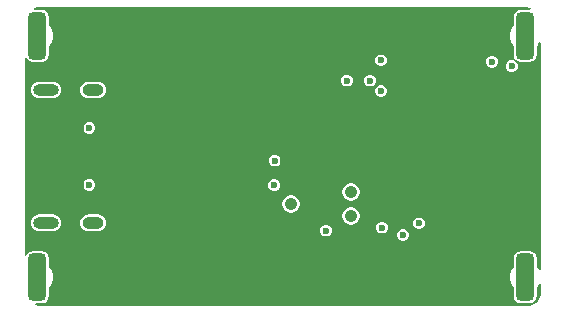
<source format=gbr>
%TF.GenerationSoftware,Altium Limited,DefaultClient, ()*%
G04 Layer_Physical_Order=2*
G04 Layer_Color=36540*
%FSLAX26Y26*%
%MOIN*%
%TF.SameCoordinates,6A039D1A-918F-4F28-B2A4-8CF1FEB5A529*%
%TF.FilePolarity,Positive*%
%TF.FileFunction,Copper,L2,Inr,Signal*%
%TF.Part,Single*%
G01*
G75*
%TA.AperFunction,ComponentPad*%
%ADD33O,0.086614X0.039370*%
%ADD34O,0.070866X0.039370*%
%TA.AperFunction,ViaPad*%
G04:AMPARAMS|DCode=35|XSize=157.48mil|YSize=60mil|CornerRadius=15mil|HoleSize=0mil|Usage=FLASHONLY|Rotation=90.000|XOffset=0mil|YOffset=0mil|HoleType=Round|Shape=RoundedRectangle|*
%AMROUNDEDRECTD35*
21,1,0.157480,0.030000,0,0,90.0*
21,1,0.127480,0.060000,0,0,90.0*
1,1,0.030000,0.015000,0.063740*
1,1,0.030000,0.015000,-0.063740*
1,1,0.030000,-0.015000,-0.063740*
1,1,0.030000,-0.015000,0.063740*
%
%ADD35ROUNDEDRECTD35*%
%TA.AperFunction,ComponentPad*%
%ADD36C,0.042008*%
%TA.AperFunction,ViaPad*%
%ADD37C,0.023622*%
G36*
X830944Y495223D02*
X833377Y493843D01*
X831610Y489096D01*
X829961Y489424D01*
X799961D01*
X791036Y487649D01*
X783469Y482594D01*
X778414Y475027D01*
X776639Y466102D01*
Y436421D01*
X774006Y433788D01*
X767267Y422117D01*
X763779Y409100D01*
Y395624D01*
X767267Y382607D01*
X774006Y370936D01*
X776639Y368303D01*
Y338622D01*
X778414Y329697D01*
X783469Y322131D01*
X791036Y317075D01*
X799961Y315300D01*
X829961D01*
X838886Y317075D01*
X846452Y322131D01*
X851507Y329697D01*
X853283Y338622D01*
Y368303D01*
X855916Y370936D01*
X861142Y379988D01*
X866142Y378648D01*
Y-378648D01*
X861142Y-379988D01*
X855916Y-370936D01*
X853283Y-368303D01*
Y-338622D01*
X851507Y-329697D01*
X846452Y-322131D01*
X838886Y-317075D01*
X829961Y-315300D01*
X799961D01*
X791036Y-317075D01*
X783469Y-322131D01*
X778414Y-329697D01*
X776639Y-338622D01*
Y-368303D01*
X774006Y-370936D01*
X767267Y-382607D01*
X763779Y-395624D01*
Y-409100D01*
X767267Y-422117D01*
X774006Y-433788D01*
X776639Y-436421D01*
Y-466102D01*
X778414Y-475027D01*
X783469Y-482594D01*
X791036Y-487649D01*
X799961Y-489424D01*
X829961D01*
X838886Y-487649D01*
X846452Y-482594D01*
X851507Y-475027D01*
X853283Y-466102D01*
Y-436421D01*
X855916Y-433788D01*
X861142Y-424736D01*
X866142Y-426076D01*
Y-461555D01*
X864629Y-469161D01*
X861661Y-476326D01*
X857352Y-482774D01*
X851869Y-488258D01*
X845420Y-492567D01*
X838255Y-495534D01*
X830649Y-497047D01*
X-810756D01*
X-817175Y-495770D01*
X-818232Y-494424D01*
X-815800Y-489424D01*
X-796024D01*
X-787099Y-487649D01*
X-779532Y-482594D01*
X-774477Y-475027D01*
X-772702Y-466102D01*
Y-436421D01*
X-770069Y-433788D01*
X-763330Y-422117D01*
X-759842Y-409100D01*
Y-395624D01*
X-763330Y-382607D01*
X-770069Y-370936D01*
X-772702Y-368303D01*
Y-338622D01*
X-774477Y-329697D01*
X-779532Y-322131D01*
X-787099Y-317075D01*
X-796024Y-315300D01*
X-826024D01*
X-834949Y-317075D01*
X-842515Y-322131D01*
X-847570Y-329697D01*
X-848195Y-332839D01*
X-853195Y-332343D01*
X-852362Y312008D01*
Y326734D01*
X-847729Y329438D01*
X-847362Y329385D01*
X-842515Y322131D01*
X-834949Y317075D01*
X-826024Y315300D01*
X-796024D01*
X-787099Y317075D01*
X-779532Y322131D01*
X-774477Y329697D01*
X-772702Y338622D01*
Y368303D01*
X-770069Y370936D01*
X-763330Y382607D01*
X-759842Y395624D01*
Y409100D01*
X-763330Y422117D01*
X-770069Y433788D01*
X-772702Y436421D01*
Y466102D01*
X-774477Y475027D01*
X-779532Y482594D01*
X-787099Y487649D01*
X-796024Y489424D01*
X-821430D01*
X-822424Y494424D01*
X-820293Y495307D01*
X-811546Y497047D01*
X821776D01*
X830944Y495223D01*
D02*
G37*
%LPC*%
G36*
X338561Y339567D02*
X330730D01*
X323495Y336570D01*
X317957Y331033D01*
X314961Y323798D01*
Y315966D01*
X317957Y308731D01*
X323495Y303194D01*
X330730Y300197D01*
X338561D01*
X345796Y303194D01*
X351334Y308731D01*
X354331Y315966D01*
Y323798D01*
X351334Y331033D01*
X345796Y336570D01*
X338561Y339567D01*
D02*
G37*
G36*
X707656Y335630D02*
X699825D01*
X692590Y332633D01*
X687052Y327096D01*
X684055Y319861D01*
Y312029D01*
X687052Y304794D01*
X692590Y299257D01*
X699825Y296260D01*
X707656D01*
X714891Y299257D01*
X720428Y304794D01*
X723425Y312029D01*
Y319861D01*
X720428Y327096D01*
X714891Y332633D01*
X707656Y335630D01*
D02*
G37*
G36*
X773601Y319882D02*
X765769D01*
X758534Y316885D01*
X752997Y311348D01*
X750000Y304113D01*
Y296281D01*
X752997Y289046D01*
X758534Y283509D01*
X765769Y280512D01*
X773601D01*
X780836Y283509D01*
X786373Y289046D01*
X789370Y296281D01*
Y304113D01*
X786373Y311348D01*
X780836Y316885D01*
X773601Y319882D01*
D02*
G37*
G36*
X302144Y272638D02*
X294313D01*
X287078Y269641D01*
X281540Y264103D01*
X278543Y256868D01*
Y249037D01*
X281540Y241802D01*
X287078Y236264D01*
X294313Y233268D01*
X302144D01*
X309379Y236264D01*
X314916Y241802D01*
X317913Y249037D01*
Y256868D01*
X314916Y264103D01*
X309379Y269641D01*
X302144Y272638D01*
D02*
G37*
G36*
X223404D02*
X215573D01*
X208338Y269641D01*
X202800Y264103D01*
X199803Y256868D01*
Y249037D01*
X202800Y241802D01*
X208338Y236264D01*
X215573Y233268D01*
X223404D01*
X230639Y236264D01*
X236176Y241802D01*
X239173Y249037D01*
Y256868D01*
X236176Y264103D01*
X230639Y269641D01*
X223404Y272638D01*
D02*
G37*
G36*
X338561Y238189D02*
X330730D01*
X323495Y235192D01*
X317957Y229655D01*
X314961Y222419D01*
Y214588D01*
X317957Y207353D01*
X323495Y201816D01*
X330730Y198819D01*
X338561D01*
X345796Y201816D01*
X351334Y207353D01*
X354331Y214588D01*
Y222419D01*
X351334Y229655D01*
X345796Y235192D01*
X338561Y238189D01*
D02*
G37*
G36*
X-609252Y249057D02*
X-640748D01*
X-647942Y248109D01*
X-654646Y245333D01*
X-660403Y240915D01*
X-664821Y235158D01*
X-667598Y228454D01*
X-668545Y221260D01*
X-667598Y214065D01*
X-664821Y207361D01*
X-660403Y201605D01*
X-654646Y197187D01*
X-647942Y194410D01*
X-640748Y193463D01*
X-609252D01*
X-602058Y194410D01*
X-595354Y197187D01*
X-589597Y201605D01*
X-585179Y207361D01*
X-582402Y214065D01*
X-581455Y221260D01*
X-582402Y228454D01*
X-585179Y235158D01*
X-589597Y240915D01*
X-595354Y245333D01*
X-602058Y248109D01*
X-609252Y249057D01*
D02*
G37*
G36*
X-758858D02*
X-806102D01*
X-813297Y248109D01*
X-820001Y245333D01*
X-825758Y240915D01*
X-830175Y235158D01*
X-832952Y228454D01*
X-833899Y221260D01*
X-832952Y214065D01*
X-830175Y207361D01*
X-825758Y201605D01*
X-820001Y197187D01*
X-813297Y194410D01*
X-806102Y193463D01*
X-758858D01*
X-751664Y194410D01*
X-744960Y197187D01*
X-739203Y201605D01*
X-734785Y207361D01*
X-732009Y214065D01*
X-731061Y221260D01*
X-732009Y228454D01*
X-734785Y235158D01*
X-739203Y240915D01*
X-744960Y245333D01*
X-751664Y248109D01*
X-758858Y249057D01*
D02*
G37*
G36*
X-633880Y114173D02*
X-641711D01*
X-648946Y111176D01*
X-654484Y105639D01*
X-657480Y98404D01*
Y90573D01*
X-654484Y83338D01*
X-648946Y77800D01*
X-641711Y74803D01*
X-633880D01*
X-626645Y77800D01*
X-621107Y83338D01*
X-618110Y90573D01*
Y98404D01*
X-621107Y105639D01*
X-626645Y111176D01*
X-633880Y114173D01*
D02*
G37*
G36*
X-16754Y5906D02*
X-24585D01*
X-31820Y2909D01*
X-37358Y-2629D01*
X-40354Y-9864D01*
Y-17695D01*
X-37358Y-24930D01*
X-31820Y-30468D01*
X-24585Y-33465D01*
X-16754D01*
X-9519Y-30468D01*
X-3981Y-24930D01*
X-984Y-17695D01*
Y-9864D01*
X-3981Y-2629D01*
X-9519Y2909D01*
X-16754Y5906D01*
D02*
G37*
G36*
X-633880Y-74803D02*
X-641711D01*
X-648946Y-77800D01*
X-654484Y-83338D01*
X-657480Y-90573D01*
Y-98404D01*
X-654484Y-105639D01*
X-648946Y-111176D01*
X-641711Y-114173D01*
X-633880D01*
X-626645Y-111176D01*
X-621107Y-105639D01*
X-618110Y-98404D01*
Y-90573D01*
X-621107Y-83338D01*
X-626645Y-77800D01*
X-633880Y-74803D01*
D02*
G37*
G36*
X-17738Y-76772D02*
X-25569D01*
X-32804Y-79769D01*
X-38342Y-85306D01*
X-41339Y-92541D01*
Y-100372D01*
X-38342Y-107607D01*
X-32804Y-113145D01*
X-25569Y-116142D01*
X-17738D01*
X-10503Y-113145D01*
X-4965Y-107607D01*
X-1968Y-100372D01*
Y-92541D01*
X-4965Y-85306D01*
X-10503Y-79769D01*
X-17738Y-76772D01*
D02*
G37*
G36*
X237660Y-89980D02*
X230056D01*
X222712Y-91948D01*
X216127Y-95750D01*
X210750Y-101127D01*
X206948Y-107712D01*
X204980Y-115056D01*
Y-122660D01*
X206948Y-130005D01*
X210750Y-136590D01*
X216127Y-141966D01*
X222712Y-145768D01*
X230056Y-147736D01*
X237660D01*
X245005Y-145768D01*
X251590Y-141966D01*
X256966Y-136590D01*
X260768Y-130005D01*
X262736Y-122660D01*
Y-115056D01*
X260768Y-107712D01*
X256966Y-101127D01*
X251590Y-95750D01*
X245005Y-91948D01*
X237660Y-89980D01*
D02*
G37*
G36*
X37660Y-129980D02*
X30056D01*
X22712Y-131948D01*
X16127Y-135750D01*
X10750Y-141127D01*
X6948Y-147712D01*
X4980Y-155056D01*
Y-162660D01*
X6948Y-170005D01*
X10750Y-176590D01*
X16127Y-181966D01*
X22712Y-185768D01*
X30056Y-187736D01*
X37660D01*
X45005Y-185768D01*
X51590Y-181966D01*
X56966Y-176590D01*
X60768Y-170005D01*
X62736Y-162660D01*
Y-155056D01*
X60768Y-147712D01*
X56966Y-141127D01*
X51590Y-135750D01*
X45005Y-131948D01*
X37660Y-129980D01*
D02*
G37*
G36*
X237660Y-169980D02*
X230056D01*
X222712Y-171948D01*
X216127Y-175750D01*
X210750Y-181127D01*
X206948Y-187712D01*
X204980Y-195056D01*
Y-202660D01*
X206948Y-210005D01*
X210750Y-216590D01*
X216127Y-221966D01*
X222712Y-225768D01*
X230056Y-227736D01*
X237660D01*
X245005Y-225768D01*
X251590Y-221966D01*
X256966Y-216590D01*
X260768Y-210005D01*
X262736Y-202660D01*
Y-195056D01*
X260768Y-187712D01*
X256966Y-181127D01*
X251590Y-175750D01*
X245005Y-171948D01*
X237660Y-169980D01*
D02*
G37*
G36*
X464546Y-203740D02*
X456714D01*
X449479Y-206737D01*
X443942Y-212274D01*
X440945Y-219510D01*
Y-227341D01*
X443942Y-234576D01*
X449479Y-240113D01*
X456714Y-243110D01*
X464546D01*
X471781Y-240113D01*
X477318Y-234576D01*
X480315Y-227341D01*
Y-219510D01*
X477318Y-212274D01*
X471781Y-206737D01*
X464546Y-203740D01*
D02*
G37*
G36*
X-609252Y-193463D02*
X-640748D01*
X-647942Y-194410D01*
X-654646Y-197187D01*
X-660403Y-201605D01*
X-664821Y-207361D01*
X-667598Y-214065D01*
X-668545Y-221260D01*
X-667598Y-228454D01*
X-664821Y-235158D01*
X-660403Y-240915D01*
X-654646Y-245333D01*
X-647942Y-248109D01*
X-640748Y-249057D01*
X-609252D01*
X-602058Y-248109D01*
X-595354Y-245333D01*
X-589597Y-240915D01*
X-585179Y-235158D01*
X-582402Y-228454D01*
X-581455Y-221260D01*
X-582402Y-214065D01*
X-585179Y-207361D01*
X-589597Y-201605D01*
X-595354Y-197187D01*
X-602058Y-194410D01*
X-609252Y-193463D01*
D02*
G37*
G36*
X-758858D02*
X-806102D01*
X-813297Y-194410D01*
X-820001Y-197187D01*
X-825758Y-201605D01*
X-830175Y-207361D01*
X-832952Y-214065D01*
X-833899Y-221260D01*
X-832952Y-228454D01*
X-830175Y-235158D01*
X-825758Y-240915D01*
X-820001Y-245333D01*
X-813297Y-248109D01*
X-806102Y-249057D01*
X-758858D01*
X-751664Y-248109D01*
X-744960Y-245333D01*
X-739203Y-240915D01*
X-734785Y-235158D01*
X-732009Y-228454D01*
X-731061Y-221260D01*
X-732009Y-214065D01*
X-734785Y-207361D01*
X-739203Y-201605D01*
X-744960Y-197187D01*
X-751664Y-194410D01*
X-758858Y-193463D01*
D02*
G37*
G36*
X341514Y-217520D02*
X333683D01*
X326448Y-220517D01*
X320910Y-226054D01*
X317913Y-233289D01*
Y-241120D01*
X320910Y-248355D01*
X326448Y-253893D01*
X333683Y-256890D01*
X341514D01*
X348749Y-253893D01*
X354287Y-248355D01*
X357283Y-241120D01*
Y-233289D01*
X354287Y-226054D01*
X348749Y-220517D01*
X341514Y-217520D01*
D02*
G37*
G36*
X155490Y-227362D02*
X147659D01*
X140424Y-230359D01*
X134887Y-235897D01*
X131890Y-243132D01*
Y-250963D01*
X134887Y-258198D01*
X140424Y-263736D01*
X147659Y-266732D01*
X155490D01*
X162726Y-263736D01*
X168263Y-258198D01*
X171260Y-250963D01*
Y-243132D01*
X168263Y-235897D01*
X162726Y-230359D01*
X155490Y-227362D01*
D02*
G37*
G36*
X411396Y-242126D02*
X403565D01*
X396330Y-245123D01*
X390792Y-250660D01*
X387795Y-257895D01*
Y-265727D01*
X390792Y-272962D01*
X396330Y-278499D01*
X403565Y-281496D01*
X411396D01*
X418631Y-278499D01*
X424168Y-272962D01*
X427165Y-265727D01*
Y-257895D01*
X424168Y-250660D01*
X418631Y-245123D01*
X411396Y-242126D01*
D02*
G37*
%LPD*%
D33*
X-782480Y221260D02*
D03*
Y-221260D02*
D03*
D34*
X-625000D02*
D03*
Y221260D02*
D03*
D35*
X814961Y402362D02*
D03*
Y-402362D02*
D03*
X-811024D02*
D03*
Y402362D02*
D03*
D36*
X233858Y-198858D02*
D03*
Y-118858D02*
D03*
X33858Y-158858D02*
D03*
D37*
X769685Y300197D02*
D03*
X703740Y315945D02*
D03*
X664528Y416339D02*
D03*
X537402Y247047D02*
D03*
X618110Y260827D02*
D03*
X-637795Y94488D02*
D03*
Y-94488D02*
D03*
X-626968Y125984D02*
D03*
X-527559Y-125984D02*
D03*
X-569882Y-345472D02*
D03*
Y347441D02*
D03*
X184055Y-220472D02*
D03*
X201772Y159449D02*
D03*
X585630Y246063D02*
D03*
X334646Y319882D02*
D03*
X460630Y-223425D02*
D03*
X407480Y-261811D02*
D03*
X750000Y-15748D02*
D03*
X675197Y-204724D02*
D03*
X582677Y-134843D02*
D03*
X625984Y-65748D02*
D03*
X775591Y90551D02*
D03*
X776575Y173228D02*
D03*
X-21654Y-96457D02*
D03*
X-20669Y-13780D02*
D03*
X86614Y213543D02*
D03*
X11811Y360236D02*
D03*
X219488Y252953D02*
D03*
X298228D02*
D03*
X183071Y429134D02*
D03*
X-166339Y53150D02*
D03*
X-375118Y153543D02*
D03*
X-276811D02*
D03*
X-457008D02*
D03*
X359252Y-366142D02*
D03*
X260827D02*
D03*
X151575Y-247047D02*
D03*
X337598Y-237205D02*
D03*
X161417Y-366142D02*
D03*
X657480Y-460630D02*
D03*
X555118D02*
D03*
X334646Y218504D02*
D03*
%TF.MD5,3cab1f32e2430e89fe9c74fa9bcba095*%
M02*

</source>
